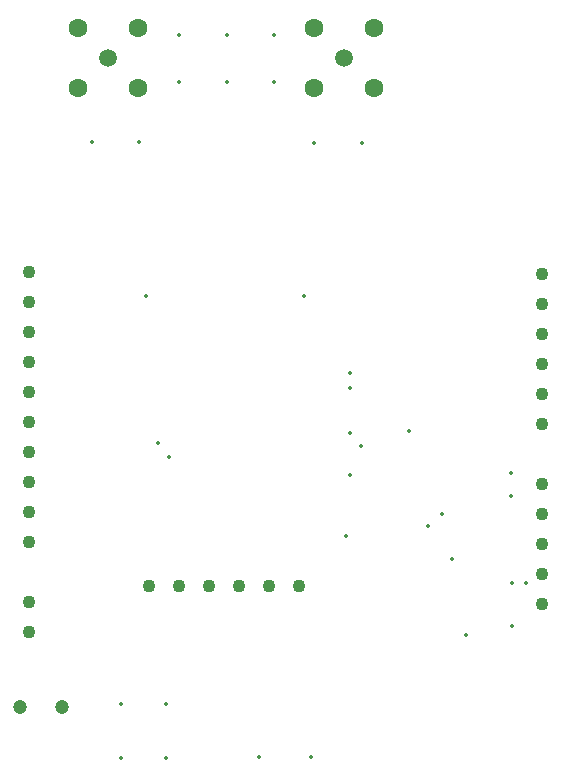
<source format=gbr>
%TF.GenerationSoftware,Altium Limited,Altium NEXUS,2.1.7 (73)*%
G04 Layer_Color=0*
%FSLAX44Y44*%
%MOMM*%
%TF.FileFunction,Plated,1,2,PTH,Drill*%
%TF.Part,Single*%
G01*
G75*
%TA.AperFunction,OtherDrill,Pad Free-18 (69.85mm,44.704mm)*%
%ADD69C,0.3500*%
%TA.AperFunction,OtherDrill,Pad Free-14 (39.37mm,80.01mm)*%
%ADD70C,0.3500*%
%TA.AperFunction,OtherDrill,Pad Free-13 (62.166mm,79.883mm)*%
%ADD71C,0.3500*%
%TA.AperFunction,OtherDrill,Pad Free-12 (58.166mm,79.883mm)*%
%ADD72C,0.3500*%
%TA.AperFunction,OtherDrill,Pad Free-11 (43.307mm,80.01mm)*%
%ADD73C,0.3500*%
%TA.AperFunction,OtherDrill,Pad Free-10 (54.737mm,85.09mm)*%
%ADD74C,0.3500*%
%TA.AperFunction,OtherDrill,Pad Free-9 (50.8mm,85.09mm)*%
%ADD75C,0.3500*%
%TA.AperFunction,OtherDrill,Pad Free-8 (46.736mm,85.09mm)*%
%ADD76C,0.3500*%
%TA.AperFunction,OtherDrill,Pad Free-7 (54.737mm,89.09mm)*%
%ADD77C,0.3500*%
%TA.AperFunction,OtherDrill,Pad Free-6 (50.8mm,89.09mm)*%
%ADD78C,0.3500*%
%TA.AperFunction,OtherDrill,Pad Free-6 (46.736mm,89.09mm)*%
%ADD79C,0.3500*%
%TA.AperFunction,ComponentDrill*%
%ADD80C,1.1000*%
%ADD81C,1.6000*%
%ADD82C,1.5000*%
%ADD83C,1.2000*%
%ADD84C,1.1000*%
%TA.AperFunction,ViaDrill,NotFilled*%
%ADD85C,0.3500*%
D69*
X698500Y447040D02*
D03*
D70*
X393700Y800100D02*
D03*
D71*
X621660Y798830D02*
D03*
D72*
X581660D02*
D03*
D73*
X433070Y800100D02*
D03*
D74*
X547370Y850900D02*
D03*
D75*
X508000D02*
D03*
D76*
X467360D02*
D03*
D77*
X547370Y890900D02*
D03*
D78*
X508000D02*
D03*
D79*
X467360D02*
D03*
D80*
X340360Y461010D02*
D03*
Y486410D02*
D03*
X774370Y561340D02*
D03*
Y586740D02*
D03*
Y612140D02*
D03*
Y637540D02*
D03*
Y662940D02*
D03*
Y688340D02*
D03*
X340360Y410210D02*
D03*
Y384810D02*
D03*
Y689610D02*
D03*
Y664210D02*
D03*
Y638810D02*
D03*
Y613410D02*
D03*
Y588010D02*
D03*
Y562610D02*
D03*
Y537210D02*
D03*
Y511810D02*
D03*
X774370Y408940D02*
D03*
Y434340D02*
D03*
Y459740D02*
D03*
Y485140D02*
D03*
Y510540D02*
D03*
D81*
X581650Y845970D02*
D03*
Y896770D02*
D03*
X632450D02*
D03*
Y845970D02*
D03*
X381330Y846020D02*
D03*
Y896820D02*
D03*
X432130D02*
D03*
Y846020D02*
D03*
D82*
X607050Y871370D02*
D03*
X406730Y871420D02*
D03*
D83*
X332740Y321310D02*
D03*
X367740D02*
D03*
D84*
X568960Y424180D02*
D03*
X543560D02*
D03*
X518160D02*
D03*
X492760D02*
D03*
X467360D02*
D03*
X441960D02*
D03*
D85*
X534670Y279400D02*
D03*
X579120D02*
D03*
X760730Y426720D02*
D03*
X749300Y389890D02*
D03*
Y426720D02*
D03*
X661670Y554990D02*
D03*
X689610Y485140D02*
D03*
X612140Y518160D02*
D03*
X678180Y474980D02*
D03*
X608330Y466090D02*
D03*
X748030Y519430D02*
D03*
X747770Y500640D02*
D03*
X709930Y382270D02*
D03*
X455930Y278130D02*
D03*
Y323850D02*
D03*
X417830Y278130D02*
D03*
Y323850D02*
D03*
X621030Y542290D02*
D03*
X572770Y669290D02*
D03*
X439420D02*
D03*
X449580Y544830D02*
D03*
X458470Y533400D02*
D03*
X612140Y604520D02*
D03*
Y591820D02*
D03*
Y553720D02*
D03*
%TF.MD5,180b4994feb7f477e98978887f585acb*%
M02*

</source>
